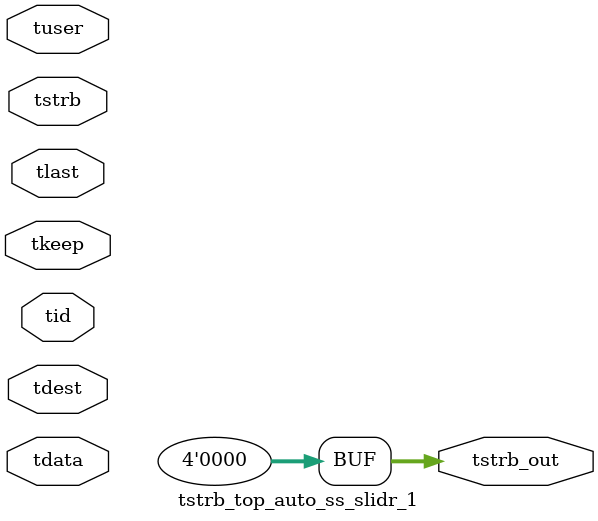
<source format=v>


`timescale 1ps/1ps

module tstrb_top_auto_ss_slidr_1 #
(
parameter C_S_AXIS_TDATA_WIDTH = 32,
parameter C_S_AXIS_TUSER_WIDTH = 0,
parameter C_S_AXIS_TID_WIDTH   = 0,
parameter C_S_AXIS_TDEST_WIDTH = 0,
parameter C_M_AXIS_TDATA_WIDTH = 32
)
(
input  [(C_S_AXIS_TDATA_WIDTH == 0 ? 1 : C_S_AXIS_TDATA_WIDTH)-1:0     ] tdata,
input  [(C_S_AXIS_TUSER_WIDTH == 0 ? 1 : C_S_AXIS_TUSER_WIDTH)-1:0     ] tuser,
input  [(C_S_AXIS_TID_WIDTH   == 0 ? 1 : C_S_AXIS_TID_WIDTH)-1:0       ] tid,
input  [(C_S_AXIS_TDEST_WIDTH == 0 ? 1 : C_S_AXIS_TDEST_WIDTH)-1:0     ] tdest,
input  [(C_S_AXIS_TDATA_WIDTH/8)-1:0 ] tkeep,
input  [(C_S_AXIS_TDATA_WIDTH/8)-1:0 ] tstrb,
input                                                                    tlast,
output [(C_M_AXIS_TDATA_WIDTH/8)-1:0 ] tstrb_out
);

assign tstrb_out = {1'b0};

endmodule


</source>
